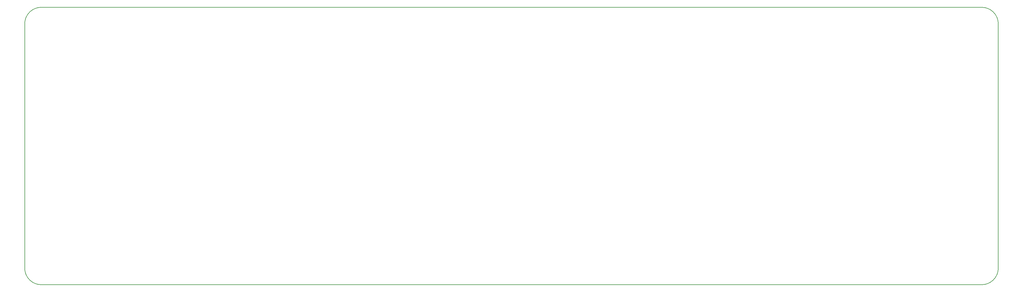
<source format=gm1>
G04 #@! TF.GenerationSoftware,KiCad,Pcbnew,(5.1.9)-1*
G04 #@! TF.CreationDate,2021-06-08T15:00:23-04:00*
G04 #@! TF.ProjectId,kastenwagen-48-pcb,6b617374-656e-4776-9167-656e2d34382d,rev?*
G04 #@! TF.SameCoordinates,Original*
G04 #@! TF.FileFunction,Profile,NP*
%FSLAX46Y46*%
G04 Gerber Fmt 4.6, Leading zero omitted, Abs format (unit mm)*
G04 Created by KiCad (PCBNEW (5.1.9)-1) date 2021-06-08 15:00:23*
%MOMM*%
%LPD*%
G01*
G04 APERTURE LIST*
G04 #@! TA.AperFunction,Profile*
%ADD10C,0.200000*%
G04 #@! TD*
G04 APERTURE END LIST*
D10*
X14500000Y-15000000D02*
X14500000Y-88500000D01*
X14500000Y-15000000D02*
G75*
G02*
X19500000Y-10000000I5000000J0D01*
G01*
X19500000Y-93500000D02*
X302000000Y-93500000D01*
X19500000Y-93500000D02*
G75*
G02*
X14500000Y-88500000I0J5000000D01*
G01*
X307000000Y-88500000D02*
G75*
G02*
X302000000Y-93500000I-5000000J0D01*
G01*
X302000000Y-10000000D02*
G75*
G02*
X307000000Y-15000000I0J-5000000D01*
G01*
X307000000Y-15000000D02*
X307000000Y-88500000D01*
X19500000Y-10000000D02*
X302000000Y-10000000D01*
M02*

</source>
